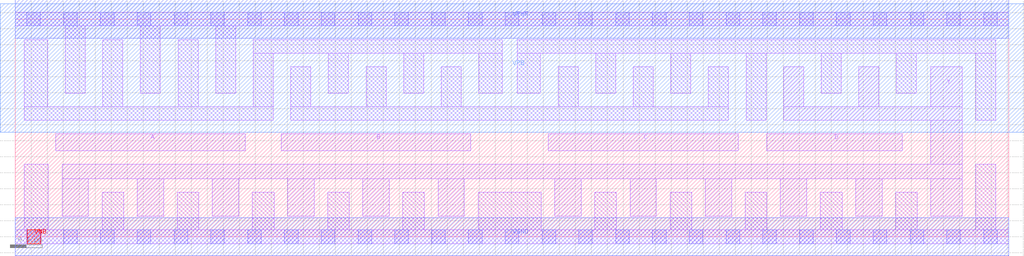
<source format=lef>
# Copyright 2020 The SkyWater PDK Authors
#
# Licensed under the Apache License, Version 2.0 (the "License");
# you may not use this file except in compliance with the License.
# You may obtain a copy of the License at
#
#     https://www.apache.org/licenses/LICENSE-2.0
#
# Unless required by applicable law or agreed to in writing, software
# distributed under the License is distributed on an "AS IS" BASIS,
# WITHOUT WARRANTIES OR CONDITIONS OF ANY KIND, either express or implied.
# See the License for the specific language governing permissions and
# limitations under the License.
#
# SPDX-License-Identifier: Apache-2.0

VERSION 5.7 ;
  NOWIREEXTENSIONATPIN ON ;
  DIVIDERCHAR "/" ;
  BUSBITCHARS "[]" ;
PROPERTYDEFINITIONS
  MACRO maskLayoutSubType STRING ;
  MACRO prCellType STRING ;
  MACRO originalViewName STRING ;
END PROPERTYDEFINITIONS
MACRO sky130_fd_sc_hdll__nor4_6
  CLASS CORE ;
  FOREIGN sky130_fd_sc_hdll__nor4_6 ;
  ORIGIN  0.000000  0.000000 ;
  SIZE  12.42000 BY  2.720000 ;
  SYMMETRY X Y R90 ;
  SITE unithd ;
  PIN A
    ANTENNAGATEAREA  1.665000 ;
    DIRECTION INPUT ;
    USE SIGNAL ;
    PORT
      LAYER li1 ;
        RECT 0.505000 1.075000 2.875000 1.285000 ;
    END
  END A
  PIN B
    ANTENNAGATEAREA  1.665000 ;
    DIRECTION INPUT ;
    USE SIGNAL ;
    PORT
      LAYER li1 ;
        RECT 3.325000 1.075000 5.695000 1.285000 ;
    END
  END B
  PIN C
    ANTENNAGATEAREA  1.665000 ;
    DIRECTION INPUT ;
    USE SIGNAL ;
    PORT
      LAYER li1 ;
        RECT 6.665000 1.075000 9.035000 1.285000 ;
    END
  END C
  PIN D
    ANTENNAGATEAREA  1.665000 ;
    DIRECTION INPUT ;
    USE SIGNAL ;
    PORT
      LAYER li1 ;
        RECT 9.395000 1.075000 11.085000 1.285000 ;
    END
  END D
  PIN VGND
    ANTENNADIFFAREA  3.419000 ;
    DIRECTION INOUT ;
    USE SIGNAL ;
    PORT
      LAYER met1 ;
        RECT 0.000000 -0.240000 12.420000 0.240000 ;
    END
  END VGND
  PIN VNB
    PORT
      LAYER pwell ;
        RECT 0.150000 -0.085000 0.320000 0.085000 ;
    END
  END VNB
  PIN VPB
    PORT
      LAYER nwell ;
        RECT -0.190000 1.305000 12.610000 2.910000 ;
    END
  END VPB
  PIN VPWR
    ANTENNADIFFAREA  0.870000 ;
    DIRECTION INOUT ;
    USE SIGNAL ;
    PORT
      LAYER met1 ;
        RECT 0.000000 2.480000 12.420000 2.960000 ;
    END
  END VPWR
  PIN Y
    ANTENNADIFFAREA  2.976000 ;
    DIRECTION OUTPUT ;
    USE SIGNAL ;
    PORT
      LAYER li1 ;
        RECT  0.585000 0.255000  0.915000 0.725000 ;
        RECT  0.585000 0.725000 11.835000 0.905000 ;
        RECT  1.525000 0.255000  1.855000 0.725000 ;
        RECT  2.465000 0.255000  2.795000 0.725000 ;
        RECT  3.405000 0.255000  3.735000 0.725000 ;
        RECT  4.345000 0.255000  4.675000 0.725000 ;
        RECT  5.285000 0.255000  5.615000 0.725000 ;
        RECT  6.745000 0.255000  7.075000 0.725000 ;
        RECT  7.685000 0.255000  8.015000 0.725000 ;
        RECT  8.625000 0.255000  8.955000 0.725000 ;
        RECT  9.565000 0.255000  9.895000 0.725000 ;
        RECT  9.605000 1.455000 11.835000 1.625000 ;
        RECT  9.605000 1.625000  9.855000 2.125000 ;
        RECT 10.505000 0.255000 10.835000 0.725000 ;
        RECT 10.545000 1.625000 10.795000 2.125000 ;
        RECT 11.445000 0.255000 11.835000 0.725000 ;
        RECT 11.445000 0.905000 11.835000 1.455000 ;
        RECT 11.445000 1.625000 11.835000 2.125000 ;
    END
  END Y
  OBS
    LAYER li1 ;
      RECT  0.000000 -0.085000 12.420000 0.085000 ;
      RECT  0.000000  2.635000 12.420000 2.805000 ;
      RECT  0.115000  0.085000  0.415000 0.905000 ;
      RECT  0.115000  1.455000  3.225000 1.625000 ;
      RECT  0.115000  1.625000  0.405000 2.465000 ;
      RECT  0.625000  1.795000  0.875000 2.635000 ;
      RECT  1.085000  0.085000  1.355000 0.555000 ;
      RECT  1.095000  1.625000  1.345000 2.465000 ;
      RECT  1.565000  1.795000  1.815000 2.635000 ;
      RECT  2.025000  0.085000  2.295000 0.555000 ;
      RECT  2.035000  1.625000  2.285000 2.465000 ;
      RECT  2.505000  1.795000  2.755000 2.635000 ;
      RECT  2.965000  0.085000  3.235000 0.555000 ;
      RECT  2.975000  1.625000  3.225000 2.295000 ;
      RECT  2.975000  2.295000  6.085000 2.465000 ;
      RECT  3.445000  1.455000  8.915000 1.625000 ;
      RECT  3.445000  1.625000  3.695000 2.125000 ;
      RECT  3.905000  0.085000  4.175000 0.555000 ;
      RECT  3.915000  1.795000  4.165000 2.295000 ;
      RECT  4.385000  1.625000  4.635000 2.125000 ;
      RECT  4.845000  0.085000  5.115000 0.555000 ;
      RECT  4.855000  1.795000  5.105000 2.295000 ;
      RECT  5.325000  1.625000  5.575000 2.125000 ;
      RECT  5.785000  0.085000  6.575000 0.555000 ;
      RECT  5.795000  1.795000  6.085000 2.295000 ;
      RECT  6.275000  1.795000  6.565000 2.295000 ;
      RECT  6.275000  2.295000 12.255000 2.465000 ;
      RECT  6.785000  1.625000  7.035000 2.125000 ;
      RECT  7.245000  0.085000  7.515000 0.555000 ;
      RECT  7.255000  1.795000  7.505000 2.295000 ;
      RECT  7.725000  1.625000  7.975000 2.125000 ;
      RECT  8.185000  0.085000  8.455000 0.555000 ;
      RECT  8.195000  1.795000  8.445000 2.295000 ;
      RECT  8.665000  1.625000  8.915000 2.125000 ;
      RECT  9.125000  0.085000  9.395000 0.555000 ;
      RECT  9.135000  1.455000  9.385000 2.295000 ;
      RECT 10.065000  0.085000 10.335000 0.555000 ;
      RECT 10.075000  1.795000 10.325000 2.295000 ;
      RECT 11.005000  0.085000 11.275000 0.555000 ;
      RECT 11.015000  1.795000 11.265000 2.295000 ;
      RECT 12.005000  0.085000 12.255000 0.905000 ;
      RECT 12.005000  1.455000 12.255000 2.295000 ;
    LAYER mcon ;
      RECT  0.145000 -0.085000  0.315000 0.085000 ;
      RECT  0.145000  2.635000  0.315000 2.805000 ;
      RECT  0.605000 -0.085000  0.775000 0.085000 ;
      RECT  0.605000  2.635000  0.775000 2.805000 ;
      RECT  1.065000 -0.085000  1.235000 0.085000 ;
      RECT  1.065000  2.635000  1.235000 2.805000 ;
      RECT  1.525000 -0.085000  1.695000 0.085000 ;
      RECT  1.525000  2.635000  1.695000 2.805000 ;
      RECT  1.985000 -0.085000  2.155000 0.085000 ;
      RECT  1.985000  2.635000  2.155000 2.805000 ;
      RECT  2.445000 -0.085000  2.615000 0.085000 ;
      RECT  2.445000  2.635000  2.615000 2.805000 ;
      RECT  2.905000 -0.085000  3.075000 0.085000 ;
      RECT  2.905000  2.635000  3.075000 2.805000 ;
      RECT  3.365000 -0.085000  3.535000 0.085000 ;
      RECT  3.365000  2.635000  3.535000 2.805000 ;
      RECT  3.825000 -0.085000  3.995000 0.085000 ;
      RECT  3.825000  2.635000  3.995000 2.805000 ;
      RECT  4.285000 -0.085000  4.455000 0.085000 ;
      RECT  4.285000  2.635000  4.455000 2.805000 ;
      RECT  4.745000 -0.085000  4.915000 0.085000 ;
      RECT  4.745000  2.635000  4.915000 2.805000 ;
      RECT  5.205000 -0.085000  5.375000 0.085000 ;
      RECT  5.205000  2.635000  5.375000 2.805000 ;
      RECT  5.665000 -0.085000  5.835000 0.085000 ;
      RECT  5.665000  2.635000  5.835000 2.805000 ;
      RECT  6.125000 -0.085000  6.295000 0.085000 ;
      RECT  6.125000  2.635000  6.295000 2.805000 ;
      RECT  6.585000 -0.085000  6.755000 0.085000 ;
      RECT  6.585000  2.635000  6.755000 2.805000 ;
      RECT  7.045000 -0.085000  7.215000 0.085000 ;
      RECT  7.045000  2.635000  7.215000 2.805000 ;
      RECT  7.505000 -0.085000  7.675000 0.085000 ;
      RECT  7.505000  2.635000  7.675000 2.805000 ;
      RECT  7.965000 -0.085000  8.135000 0.085000 ;
      RECT  7.965000  2.635000  8.135000 2.805000 ;
      RECT  8.425000 -0.085000  8.595000 0.085000 ;
      RECT  8.425000  2.635000  8.595000 2.805000 ;
      RECT  8.885000 -0.085000  9.055000 0.085000 ;
      RECT  8.885000  2.635000  9.055000 2.805000 ;
      RECT  9.345000 -0.085000  9.515000 0.085000 ;
      RECT  9.345000  2.635000  9.515000 2.805000 ;
      RECT  9.805000 -0.085000  9.975000 0.085000 ;
      RECT  9.805000  2.635000  9.975000 2.805000 ;
      RECT 10.265000 -0.085000 10.435000 0.085000 ;
      RECT 10.265000  2.635000 10.435000 2.805000 ;
      RECT 10.725000 -0.085000 10.895000 0.085000 ;
      RECT 10.725000  2.635000 10.895000 2.805000 ;
      RECT 11.185000 -0.085000 11.355000 0.085000 ;
      RECT 11.185000  2.635000 11.355000 2.805000 ;
      RECT 11.645000 -0.085000 11.815000 0.085000 ;
      RECT 11.645000  2.635000 11.815000 2.805000 ;
      RECT 12.105000 -0.085000 12.275000 0.085000 ;
      RECT 12.105000  2.635000 12.275000 2.805000 ;
  END
  PROPERTY maskLayoutSubType "abstract" ;
  PROPERTY prCellType "standard" ;
  PROPERTY originalViewName "layout" ;
END sky130_fd_sc_hdll__nor4_6
END LIBRARY

</source>
